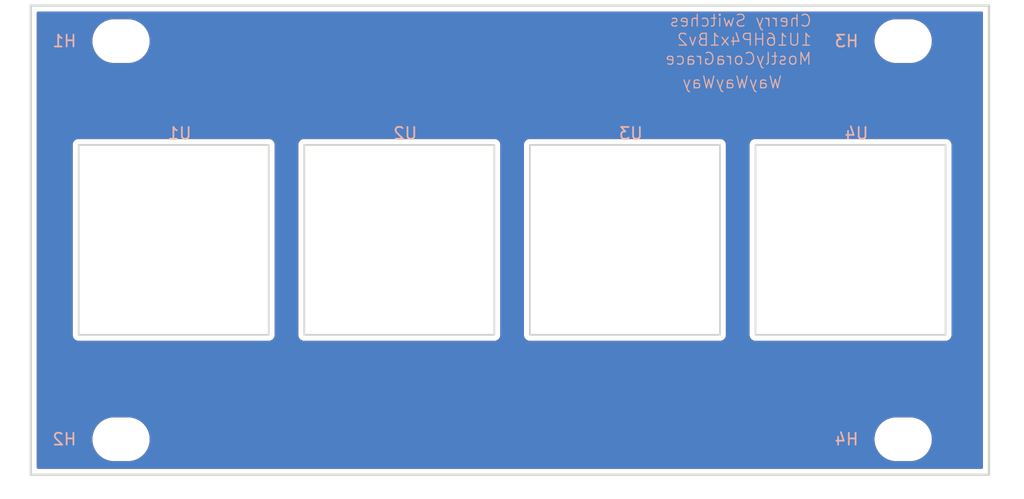
<source format=kicad_pcb>
(kicad_pcb (version 20241229) (generator "pcbnew") (generator_version "9.0")
  (layers (0 "F.Cu" signal) (2 "B.Cu" signal) (13 "F.Paste" user) (15 "B.Paste" user) (5 "F.SilkS" user "F.Silkscreen") (7 "B.SilkS" user "B.Silkscreen") (1 "F.Mask" user) (3 "B.Mask" user) (25 "Edge.Cuts" user))
  (net 0 "")
  (footprint "EXC:SW_Cherry_MX_1.00u_Clearance" (layer "F.Cu") (at 31.115 22.225)
    (property "Reference" "U2" (at 0.5 -9 0) (layer "B.SilkS") (effects (justify mirror)))
    (property "Value" "~")
    (fp_rect (start -8.025 -8.025) (end 8.025 8.025) (stroke (width 0.15)) (fill no) (layer "Edge.Cuts"))
  )
  (footprint "EXC:SW_Cherry_MX_1.00u_Clearance" (layer "F.Cu") (at 69.215 22.225)
    (property "Reference" "U4" (at 0.5 -9 0) (layer "B.SilkS") (effects (justify mirror)))
    (property "Value" "~")
    (fp_rect (start -8.025 -8.025) (end 8.025 8.025) (stroke (width 0.15)) (fill no) (layer "Edge.Cuts"))
  )
  (footprint "EXC:MountingHole_3.2mm_M3" (layer "F.Cu") (at 7.62 39.075)
    (property "Reference" "H2" (at -3.683 0 0) (layer "B.SilkS") (effects (justify left mirror)))
    (property "Value" "Eurorack_M3_MountingHole")
    (pad "" np_thru_hole oval (at 0 0) (size 4.34 3.2) (drill oval 4.34 3.2) (layers "*.Cu" "*.Mask"))
  )
  (footprint "EXC:SW_Cherry_MX_1.00u_Clearance" (layer "F.Cu") (at 50.165 22.225)
    (property "Reference" "U3" (at 0.5 -9 0) (layer "B.SilkS") (effects (justify mirror)))
    (property "Value" "~")
    (fp_rect (start -8.025 -8.025) (end 8.025 8.025) (stroke (width 0.15)) (fill no) (layer "Edge.Cuts"))
  )
  (footprint "EXC:MountingHole_3.2mm_M3" (layer "F.Cu") (at 73.66 39.075)
    (property "Reference" "H4" (at -3.683 0 0) (layer "B.SilkS") (effects (justify left mirror)))
    (property "Value" "Eurorack_M3_MountingHole")
    (pad "" np_thru_hole oval (at 0 0) (size 4.34 3.2) (drill oval 4.34 3.2) (layers "*.Cu" "*.Mask"))
  )
  (footprint "EXC:SW_Cherry_MX_1.00u_Clearance" (layer "F.Cu") (at 12.065 22.225)
    (property "Reference" "U1" (at 0.5 -9 0) (layer "B.SilkS") (effects (justify mirror)))
    (property "Value" "~")
    (fp_rect (start -8.025 -8.025) (end 8.025 8.025) (stroke (width 0.15)) (fill no) (layer "Edge.Cuts"))
  )
  (footprint "EXC:MountingHole_3.2mm_M3" (layer "F.Cu") (at 7.62 5.425)
    (property "Reference" "H1" (at -3.683 0 0) (layer "B.SilkS") (effects (justify left mirror)))
    (property "Value" "Eurorack_M3_MountingHole")
    (pad "" np_thru_hole oval (at 0 0) (size 4.34 3.2) (drill oval 4.34 3.2) (layers "*.Cu" "*.Mask"))
  )
  (footprint "EXC:MountingHole_3.2mm_M3" (layer "F.Cu") (at 73.66 5.425)
    (property "Reference" "H3" (at -3.683 0 0) (layer "B.SilkS") (effects (justify left mirror)))
    (property "Value" "Eurorack_M3_MountingHole")
    (pad "" np_thru_hole oval (at 0 0) (size 4.34 3.2) (drill oval 4.34 3.2) (layers "*.Cu" "*.Mask"))
  )
  (gr_rect (start 0 2.425) (end 80.9 42.075) (stroke (width 0.2)) (fill no) (layer "Edge.Cuts"))
  (gr_text "Cherry Switches\n1U16HP4x1Bv2\nMostlyCoraGrace" (at 66 7.5 0) (layer "B.SilkS") (effects (font (size 1 1) (thickness 0.1)) (justify left bottom mirror)))
  (gr_text "WayWayWay" (at 63.5 9.5 0) (layer "B.SilkS") (effects (font (size 1 1) (thickness 0.1)) (justify left bottom mirror)))
  (zone (net 0) (net_name "") (layers "F.Cu" "B.Cu") (connect_pads (clearance 0.5)) (min_thickness 0.25) (fill yes (thermal_gap 0.5) (thermal_bridge_width 0.5) (island_removal_mode 1) (island_area_min 10))
    (polygon (pts (xy 0 2.5) (xy 81 2.5) (xy 81 42) (xy 0 42)))
  )
)
</source>
